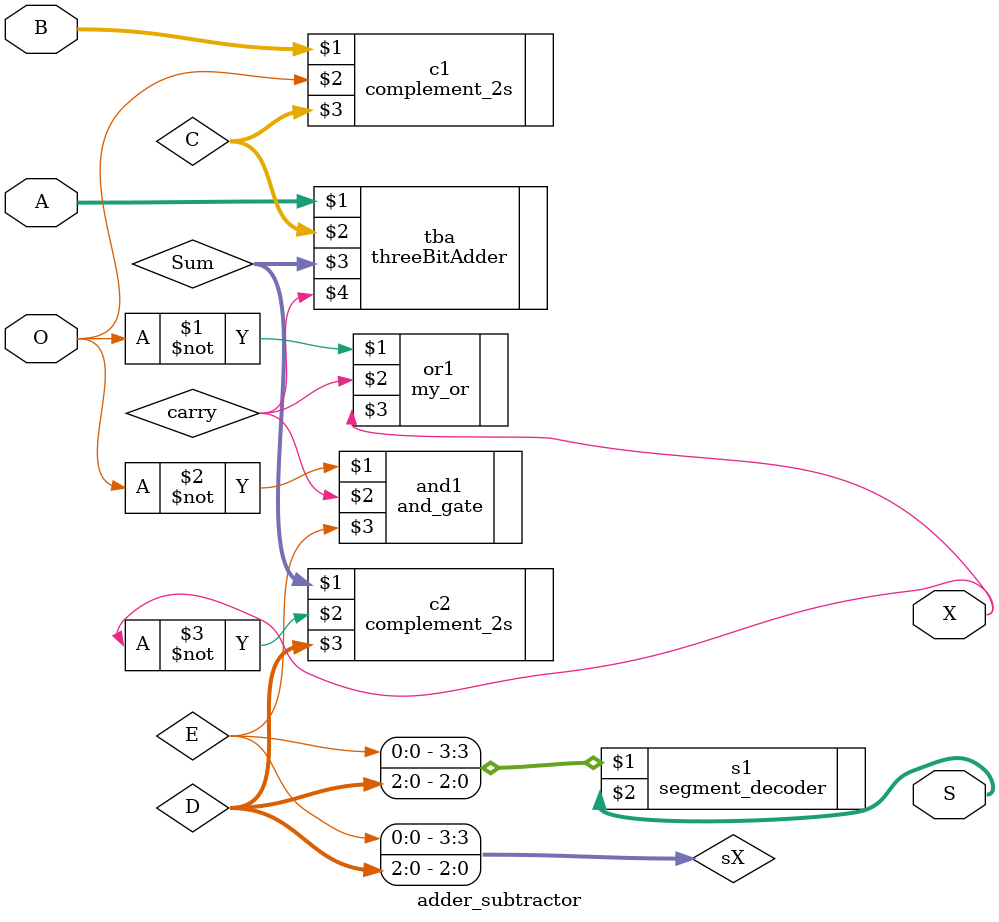
<source format=v>
`timescale 1ns / 1ps

module adder_subtractor(
    input [2:0] A,
    input [2:0] B,
    input O,
    output [6:0] S,
    output X
    );
wire[2:0] C;
wire[2:0] Sum;
wire[2:0] D;
wire[3:0] sX; 
wire carry, E, Y;
complement_2s c1(B, O, C);
threeBitAdder tba(A, C, Sum, carry);
my_or or1(~O, carry, X);
and_gate and1(~O, carry, E);
assign sX = {E, D};
complement_2s c2(Sum, ~X, D);
segment_decoder s1(sX, S);

//complement_2s c1(B, O, C);
//threeBitAdder tba(A, C, Sum, carry);
//assign X = ~O || carry;
//assign E = ~O & carry;
//assign sX = {E, D};
//complement_2s c2(Sum, ~X, D);
//segment_decoder s1(sX, S);

endmodule

</source>
